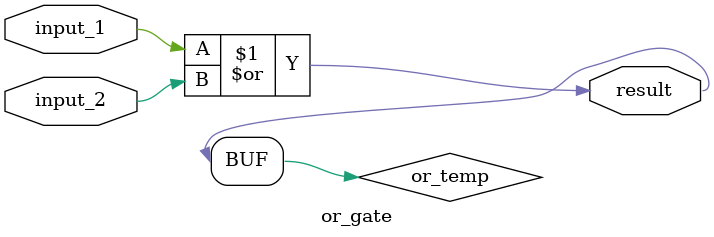
<source format=v>
module or_gate (
	input_1,
	input_2,
	result);
	
input input_1;
input input_2;
output result;

wire or_temp;
assign or_temp = input_1 | input_2;
assign result = or_temp;
endmodule
</source>
